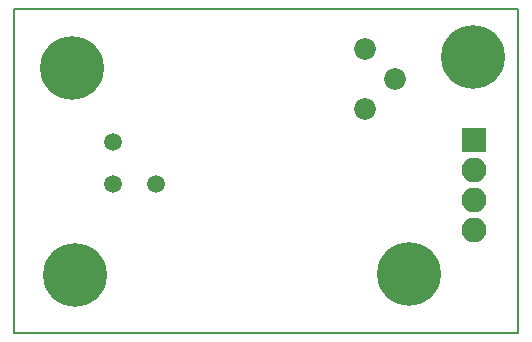
<source format=gbr>
%TF.GenerationSoftware,KiCad,Pcbnew,4.0.7*%
%TF.CreationDate,2018-05-13T22:07:06+02:00*%
%TF.ProjectId,nestbox,6E657374626F782E6B696361645F7063,rev?*%
%TF.FileFunction,Soldermask,Bot*%
%FSLAX46Y46*%
G04 Gerber Fmt 4.6, Leading zero omitted, Abs format (unit mm)*
G04 Created by KiCad (PCBNEW 4.0.7) date 05/13/18 22:07:06*
%MOMM*%
%LPD*%
G01*
G04 APERTURE LIST*
%ADD10C,0.150000*%
%ADD11C,5.400000*%
%ADD12C,1.500000*%
%ADD13R,2.100000X2.100000*%
%ADD14O,2.100000X2.100000*%
%ADD15C,1.840000*%
G04 APERTURE END LIST*
D10*
X155150000Y-121050000D02*
X156500000Y-121050000D01*
X156500000Y-93600000D02*
X156500000Y-121050000D01*
X113775000Y-93600000D02*
X156525000Y-93600000D01*
X113775000Y-121050000D02*
X113775000Y-93600000D01*
X155175000Y-121050000D02*
X113775000Y-121050000D01*
D11*
X147256500Y-116078000D03*
X152654000Y-97726500D03*
X118935500Y-116141500D03*
D12*
X122219450Y-104883950D03*
X122219450Y-108476050D03*
X125811550Y-108476050D03*
D13*
X152717500Y-104711500D03*
D14*
X152717500Y-107251500D03*
X152717500Y-109791500D03*
X152717500Y-112331500D03*
D15*
X143510000Y-97028000D03*
X146050000Y-99568000D03*
X143510000Y-102108000D03*
D11*
X118681500Y-98615500D03*
M02*

</source>
